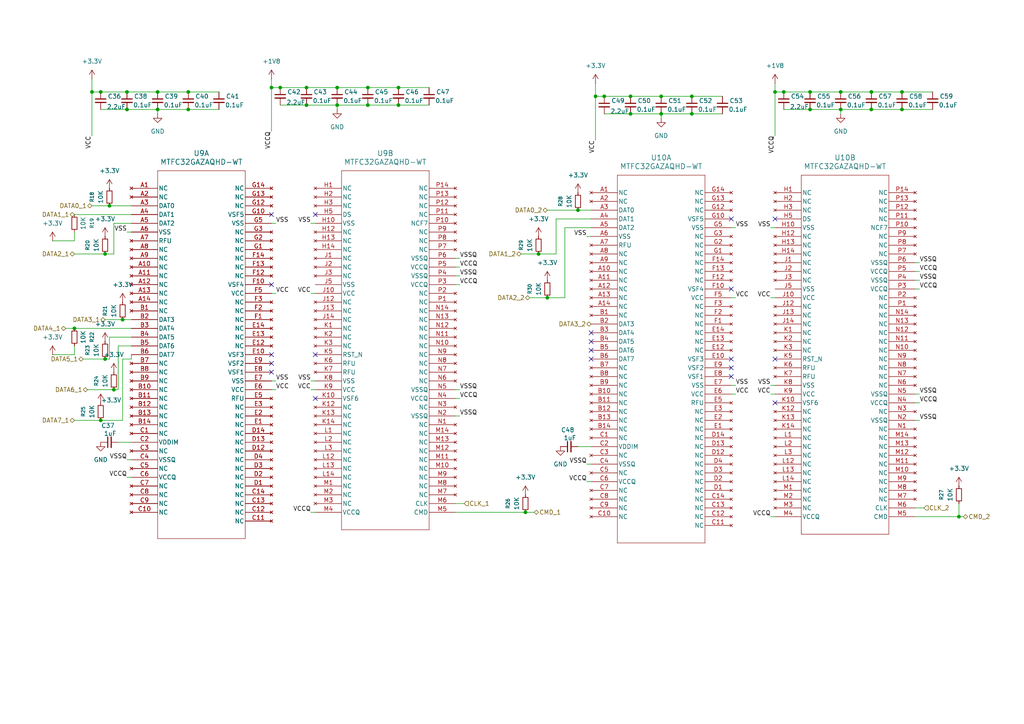
<source format=kicad_sch>
(kicad_sch (version 20250114) (generator "eeschema") (generator_version "9.0")
  (paper "A4")
  (lib_symbols
    (symbol "Device:C_Small" (pin_numbers (hide yes)) (pin_names (offset 0.254) (hide yes))
      (property "Reference" "C" (at 0.254 1.778 0))
      (property "Value" "C_Small" (at 0.254 -2.032 0))
      (symbol "C_Small_0_1"
        (polyline (pts (xy -1.524 0.508) (xy 1.524 0.508)) (stroke (width 0.3048)))
        (polyline (pts (xy -1.524 -0.508) (xy 1.524 -0.508)) (stroke (width 0.3302)))
      )
      (symbol "C_Small_1_1"
        (pin passive line (at 0 2.54 270) (length 2.032) (name "~") (number "1"))
        (pin passive line (at 0 -2.54 90) (length 2.032) (name "~") (number "2"))
      )
    )
    (symbol "Device:R_Small" (pin_numbers (hide yes)) (pin_names (offset 0.254) (hide yes))
      (property "Reference" "R" (at 0 0 90))
      (property "Value" "R_Small" (at 1.778 0 90))
      (symbol "R_Small_0_1"
        (rectangle (start -0.762 1.778) (end 0.762 -1.778) (stroke (width 0.2032)))
      )
      (symbol "R_Small_1_1"
        (pin passive line (at 0 2.54 270) (length 0.762) (name "~") (number "1"))
        (pin passive line (at 0 -2.54 90) (length 0.762) (name "~") (number "2"))
      )
    )
    (symbol "E-ink_USB:MTFC32GAZAQHD-WT" (pin_names (offset 0.254))
      (property "Reference" "U" (at 20.32 10.16 0))
      (property "Value" "MTFC32GAZAQHD-WT" (at 20.32 7.62 0))
      (symbol "MTFC32GAZAQHD-WT_1_1"
        (polyline (pts (xy 7.62 5.08) (xy 7.62 -101.6)) (stroke (width 0.127)))
        (polyline (pts (xy 7.62 -101.6) (xy 33.02 -101.6)) (stroke (width 0.127)))
        (polyline (pts (xy 33.02 5.08) (xy 7.62 5.08)) (stroke (width 0.127)))
        (polyline (pts (xy 33.02 -101.6) (xy 33.02 5.08)) (stroke (width 0.127)))
        (pin no_connect line (at 0 0 0) (length 7.62) (name "NC") (number "A1"))
        (pin no_connect line (at 0 -2.54 0) (length 7.62) (name "NC") (number "A2"))
        (pin bidirectional line (at 0 -5.08 0) (length 7.62) (name "DAT0") (number "A3"))
        (pin bidirectional line (at 0 -7.62 0) (length 7.62) (name "DAT1") (number "A4"))
        (pin bidirectional line (at 0 -10.16 0) (length 7.62) (name "DAT2") (number "A5"))
        (pin power_out line (at 0 -12.7 0) (length 7.62) (name "VSS") (number "A6"))
        (pin no_connect line (at 0 -15.24 0) (length 7.62) (name "RFU") (number "A7"))
        (pin no_connect line (at 0 -17.78 0) (length 7.62) (name "NC") (number "A8"))
        (pin no_connect line (at 0 -20.32 0) (length 7.62) (name "NC") (number "A9"))
        (pin no_connect line (at 0 -22.86 0) (length 7.62) (name "NC") (number "A10"))
        (pin no_connect line (at 0 -25.4 0) (length 7.62) (name "NC") (number "A11"))
        (pin no_connect line (at 0 -27.94 0) (length 7.62) (name "NC") (number "A12"))
        (pin no_connect line (at 0 -30.48 0) (length 7.62) (name "NC") (number "A13"))
        (pin no_connect line (at 0 -33.02 0) (length 7.62) (name "NC") (number "A14"))
        (pin no_connect line (at 0 -35.56 0) (length 7.62) (name "NC") (number "B1"))
        (pin bidirectional line (at 0 -38.1 0) (length 7.62) (name "DAT3") (number "B2"))
        (pin bidirectional line (at 0 -40.64 0) (length 7.62) (name "DAT4") (number "B3"))
        (pin bidirectional line (at 0 -43.18 0) (length 7.62) (name "DAT5") (number "B4"))
        (pin bidirectional line (at 0 -45.72 0) (length 7.62) (name "DAT6") (number "B5"))
        (pin bidirectional line (at 0 -48.26 0) (length 7.62) (name "DAT7") (number "B6"))
        (pin no_connect line (at 0 -50.8 0) (length 7.62) (name "NC") (number "B7"))
        (pin no_connect line (at 0 -53.34 0) (length 7.62) (name "NC") (number "B8"))
        (pin no_connect line (at 0 -55.88 0) (length 7.62) (name "NC") (number "B9"))
        (pin no_connect line (at 0 -58.42 0) (length 7.62) (name "NC") (number "B10"))
        (pin no_connect line (at 0 -60.96 0) (length 7.62) (name "NC") (number "B11"))
        (pin no_connect line (at 0 -63.5 0) (length 7.62) (name "NC") (number "B12"))
        (pin no_connect line (at 0 -66.04 0) (length 7.62) (name "NC") (number "B13"))
        (pin no_connect line (at 0 -68.58 0) (length 7.62) (name "NC") (number "B14"))
        (pin no_connect line (at 0 -71.12 0) (length 7.62) (name "NC") (number "C1"))
        (pin power_in line (at 0 -73.66 0) (length 7.62) (name "VDDIM") (number "C2"))
        (pin no_connect line (at 0 -76.2 0) (length 7.62) (name "NC") (number "C3"))
        (pin power_out line (at 0 -78.74 0) (length 7.62) (name "VSSQ") (number "C4"))
        (pin no_connect line (at 0 -81.28 0) (length 7.62) (name "NC") (number "C5"))
        (pin power_in line (at 0 -83.82 0) (length 7.62) (name "VCCQ") (number "C6"))
        (pin no_connect line (at 0 -86.36 0) (length 7.62) (name "NC") (number "C7"))
        (pin no_connect line (at 0 -88.9 0) (length 7.62) (name "NC") (number "C8"))
        (pin no_connect line (at 0 -91.44 0) (length 7.62) (name "NC") (number "C9"))
        (pin no_connect line (at 0 -93.98 0) (length 7.62) (name "NC") (number "C10"))
        (pin no_connect line (at 40.64 0 180) (length 7.62) (name "NC") (number "G14"))
        (pin no_connect line (at 40.64 -2.54 180) (length 7.62) (name "NC") (number "G13"))
        (pin no_connect line (at 40.64 -5.08 180) (length 7.62) (name "NC") (number "G12"))
        (pin bidirectional line (at 40.64 -7.62 180) (length 7.62) (name "VSF5") (number "G10"))
        (pin power_out line (at 40.64 -10.16 180) (length 7.62) (name "VSS") (number "G5"))
        (pin no_connect line (at 40.64 -12.7 180) (length 7.62) (name "NC") (number "G3"))
        (pin no_connect line (at 40.64 -15.24 180) (length 7.62) (name "NC") (number "G2"))
        (pin no_connect line (at 40.64 -17.78 180) (length 7.62) (name "NC") (number "G1"))
        (pin no_connect line (at 40.64 -20.32 180) (length 7.62) (name "NC") (number "F14"))
        (pin no_connect line (at 40.64 -22.86 180) (length 7.62) (name "NC") (number "F13"))
        (pin no_connect line (at 40.64 -25.4 180) (length 7.62) (name "NC") (number "F12"))
        (pin bidirectional line (at 40.64 -27.94 180) (length 7.62) (name "VSF4") (number "F10"))
        (pin power_in line (at 40.64 -30.48 180) (length 7.62) (name "VCC") (number "F5"))
        (pin no_connect line (at 40.64 -33.02 180) (length 7.62) (name "NC") (number "F3"))
        (pin no_connect line (at 40.64 -35.56 180) (length 7.62) (name "NC") (number "F2"))
        (pin no_connect line (at 40.64 -38.1 180) (length 7.62) (name "NC") (number "F1"))
        (pin no_connect line (at 40.64 -40.64 180) (length 7.62) (name "NC") (number "E14"))
        (pin no_connect line (at 40.64 -43.18 180) (length 7.62) (name "NC") (number "E13"))
        (pin no_connect line (at 40.64 -45.72 180) (length 7.62) (name "NC") (number "E12"))
        (pin bidirectional line (at 40.64 -48.26 180) (length 7.62) (name "VSF3") (number "E10"))
        (pin bidirectional line (at 40.64 -50.8 180) (length 7.62) (name "VSF2") (number "E9"))
        (pin bidirectional line (at 40.64 -53.34 180) (length 7.62) (name "VSF1") (number "E8"))
        (pin power_out line (at 40.64 -55.88 180) (length 7.62) (name "VSS") (number "E7"))
        (pin power_in line (at 40.64 -58.42 180) (length 7.62) (name "VCC") (number "E6"))
        (pin no_connect line (at 40.64 -60.96 180) (length 7.62) (name "RFU") (number "E5"))
        (pin no_connect line (at 40.64 -63.5 180) (length 7.62) (name "NC") (number "E3"))
        (pin no_connect line (at 40.64 -66.04 180) (length 7.62) (name "NC") (number "E2"))
        (pin no_connect line (at 40.64 -68.58 180) (length 7.62) (name "NC") (number "E1"))
        (pin no_connect line (at 40.64 -71.12 180) (length 7.62) (name "NC") (number "D14"))
        (pin no_connect line (at 40.64 -73.66 180) (length 7.62) (name "NC") (number "D13"))
        (pin no_connect line (at 40.64 -76.2 180) (length 7.62) (name "NC") (number "D12"))
        (pin no_connect line (at 40.64 -78.74 180) (length 7.62) (name "NC") (number "D4"))
        (pin no_connect line (at 40.64 -81.28 180) (length 7.62) (name "NC") (number "D3"))
        (pin no_connect line (at 40.64 -83.82 180) (length 7.62) (name "NC") (number "D2"))
        (pin no_connect line (at 40.64 -86.36 180) (length 7.62) (name "NC") (number "D1"))
        (pin no_connect line (at 40.64 -88.9 180) (length 7.62) (name "NC") (number "C14"))
        (pin no_connect line (at 40.64 -91.44 180) (length 7.62) (name "NC") (number "C13"))
        (pin no_connect line (at 40.64 -93.98 180) (length 7.62) (name "NC") (number "C12"))
        (pin no_connect line (at 40.64 -96.52 180) (length 7.62) (name "NC") (number "C11"))
      )
      (symbol "MTFC32GAZAQHD-WT_2_1"
        (polyline (pts (xy 7.62 5.08) (xy 7.62 -99.06)) (stroke (width 0.127)))
        (polyline (pts (xy 7.62 -99.06) (xy 33.02 -99.06)) (stroke (width 0.127)))
        (polyline (pts (xy 33.02 5.08) (xy 7.62 5.08)) (stroke (width 0.127)))
        (polyline (pts (xy 33.02 -99.06) (xy 33.02 5.08)) (stroke (width 0.127)))
        (pin no_connect line (at 0 0 0) (length 7.62) (name "NC") (number "H1"))
        (pin no_connect line (at 0 -2.54 0) (length 7.62) (name "NC") (number "H2"))
        (pin no_connect line (at 0 -5.08 0) (length 7.62) (name "NC") (number "H3"))
        (pin output line (at 0 -7.62 0) (length 7.62) (name "DS") (number "H5"))
        (pin power_out line (at 0 -10.16 0) (length 7.62) (name "VSS") (number "H10"))
        (pin no_connect line (at 0 -12.7 0) (length 7.62) (name "NC") (number "H12"))
        (pin no_connect line (at 0 -15.24 0) (length 7.62) (name "NC") (number "H13"))
        (pin no_connect line (at 0 -17.78 0) (length 7.62) (name "NC") (number "H14"))
        (pin no_connect line (at 0 -20.32 0) (length 7.62) (name "NC") (number "J1"))
        (pin no_connect line (at 0 -22.86 0) (length 7.62) (name "NC") (number "J2"))
        (pin no_connect line (at 0 -25.4 0) (length 7.62) (name "NC") (number "J3"))
        (pin power_out line (at 0 -27.94 0) (length 7.62) (name "VSS") (number "J5"))
        (pin power_in line (at 0 -30.48 0) (length 7.62) (name "VCC") (number "J10"))
        (pin no_connect line (at 0 -33.02 0) (length 7.62) (name "NC") (number "J12"))
        (pin no_connect line (at 0 -35.56 0) (length 7.62) (name "NC") (number "J13"))
        (pin no_connect line (at 0 -38.1 0) (length 7.62) (name "NC") (number "J14"))
        (pin no_connect line (at 0 -40.64 0) (length 7.62) (name "NC") (number "K1"))
        (pin no_connect line (at 0 -43.18 0) (length 7.62) (name "NC") (number "K2"))
        (pin no_connect line (at 0 -45.72 0) (length 7.62) (name "NC") (number "K3"))
        (pin input line (at 0 -48.26 0) (length 7.62) (name "RST_N") (number "K5"))
        (pin no_connect line (at 0 -50.8 0) (length 7.62) (name "RFU") (number "K6"))
        (pin no_connect line (at 0 -53.34 0) (length 7.62) (name "RFU") (number "K7"))
        (pin power_out line (at 0 -55.88 0) (length 7.62) (name "VSS") (number "K8"))
        (pin power_in line (at 0 -58.42 0) (length 7.62) (name "VCC") (number "K9"))
        (pin bidirectional line (at 0 -60.96 0) (length 7.62) (name "VSF6") (number "K10"))
        (pin no_connect line (at 0 -63.5 0) (length 7.62) (name "NC") (number "K12"))
        (pin no_connect line (at 0 -66.04 0) (length 7.62) (name "NC") (number "K13"))
        (pin no_connect line (at 0 -68.58 0) (length 7.62) (name "NC") (number "K14"))
        (pin no_connect line (at 0 -71.12 0) (length 7.62) (name "NC") (number "L1"))
        (pin no_connect line (at 0 -73.66 0) (length 7.62) (name "NC") (number "L2"))
        (pin no_connect line (at 0 -76.2 0) (length 7.62) (name "NC") (number "L3"))
        (pin no_connect line (at 0 -78.74 0) (length 7.62) (name "NC") (number "L12"))
        (pin no_connect line (at 0 -81.28 0) (length 7.62) (name "NC") (number "L13"))
        (pin no_connect line (at 0 -83.82 0) (length 7.62) (name "NC") (number "L14"))
        (pin no_connect line (at 0 -86.36 0) (length 7.62) (name "NC") (number "M1"))
        (pin no_connect line (at 0 -88.9 0) (length 7.62) (name "NC") (number "M2"))
        (pin no_connect line (at 0 -91.44 0) (length 7.62) (name "NC") (number "M3"))
        (pin power_in line (at 0 -93.98 0) (length 7.62) (name "VCCQ") (number "M4"))
        (pin no_connect line (at 40.64 0 180) (length 7.62) (name "NC") (number "P14"))
        (pin no_connect line (at 40.64 -2.54 180) (length 7.62) (name "NC") (number "P13"))
        (pin no_connect line (at 40.64 -5.08 180) (length 7.62) (name "NC") (number "P12"))
        (pin no_connect line (at 40.64 -7.62 180) (length 7.62) (name "NC") (number "P11"))
        (pin no_connect line (at 40.64 -10.16 180) (length 7.62) (name "NCF7") (number "P10"))
        (pin no_connect line (at 40.64 -12.7 180) (length 7.62) (name "NC") (number "P9"))
        (pin no_connect line (at 40.64 -15.24 180) (length 7.62) (name "NC") (number "P8"))
        (pin no_connect line (at 40.64 -17.78 180) (length 7.62) (name "NC") (number "P7"))
        (pin power_out line (at 40.64 -20.32 180) (length 7.62) (name "VSSQ") (number "P6"))
        (pin power_in line (at 40.64 -22.86 180) (length 7.62) (name "VCCQ") (number "P5"))
        (pin power_out line (at 40.64 -25.4 180) (length 7.62) (name "VSSQ") (number "P4"))
        (pin power_in line (at 40.64 -27.94 180) (length 7.62) (name "VCCQ") (number "P3"))
        (pin no_connect line (at 40.64 -30.48 180) (length 7.62) (name "NC") (number "P2"))
        (pin no_connect line (at 40.64 -33.02 180) (length 7.62) (name "NC") (number "P1"))
        (pin no_connect line (at 40.64 -35.56 180) (length 7.62) (name "NC") (number "N14"))
        (pin no_connect line (at 40.64 -38.1 180) (length 7.62) (name "NC") (number "N13"))
        (pin no_connect line (at 40.64 -40.64 180) (length 7.62) (name "NC") (number "N12"))
        (pin no_connect line (at 40.64 -43.18 180) (length 7.62) (name "NC") (number "N11"))
        (pin no_connect line (at 40.64 -45.72 180) (length 7.62) (name "NC") (number "N10"))
        (pin no_connect line (at 40.64 -48.26 180) (length 7.62) (name "NC") (number "N9"))
        (pin no_connect line (at 40.64 -50.8 180) (length 7.62) (name "NC") (number "N8"))
        (pin no_connect line (at 40.64 -53.34 180) (length 7.62) (name "NC") (number "N7"))
        (pin no_connect line (at 40.64 -55.88 180) (length 7.62) (name "NC") (number "N6"))
        (pin power_out line (at 40.64 -58.42 180) (length 7.62) (name "VSSQ") (number "N5"))
        (pin power_in line (at 40.64 -60.96 180) (length 7.62) (name "VCCQ") (number "N4"))
        (pin no_connect line (at 40.64 -63.5 180) (length 7.62) (name "NC") (number "N3"))
        (pin power_out line (at 40.64 -66.04 180) (length 7.62) (name "VSSQ") (number "N2"))
        (pin no_connect line (at 40.64 -68.58 180) (length 7.62) (name "NC") (number "N1"))
        (pin no_connect line (at 40.64 -71.12 180) (length 7.62) (name "NC") (number "M14"))
        (pin no_connect line (at 40.64 -73.66 180) (length 7.62) (name "NC") (number "M13"))
        (pin no_connect line (at 40.64 -76.2 180) (length 7.62) (name "NC") (number "M12"))
        (pin no_connect line (at 40.64 -78.74 180) (length 7.62) (name "NC") (number "M11"))
        (pin no_connect line (at 40.64 -81.28 180) (length 7.62) (name "NC") (number "M10"))
        (pin no_connect line (at 40.64 -83.82 180) (length 7.62) (name "NC") (number "M9"))
        (pin no_connect line (at 40.64 -86.36 180) (length 7.62) (name "NC") (number "M8"))
        (pin no_connect line (at 40.64 -88.9 180) (length 7.62) (name "NC") (number "M7"))
        (pin input line (at 40.64 -91.44 180) (length 7.62) (name "CLK") (number "M6"))
        (pin bidirectional line (at 40.64 -93.98 180) (length 7.62) (name "CMD") (number "M5"))
      )
    )
    (symbol "power:+1V8" (power) (pin_numbers (hide yes)) (pin_names (offset 0) (hide yes))
      (property "Value" "+1V8" (at 0 3.556 0))
      (symbol "+1V8_0_1"
        (polyline (pts (xy -0.762 1.27) (xy 0 2.54)))
        (polyline (pts (xy 0 2.54) (xy 0.762 1.27)))
        (polyline (pts (xy 0 0) (xy 0 2.54)))
      )
      (symbol "+1V8_1_1"
        (pin power_in line (at 0 0 90) (length 0) (name "~") (number "1"))
      )
    )
    (symbol "power:+3.3V" (power) (pin_numbers (hide yes)) (pin_names (offset 0) (hide yes))
      (property "Value" "+3.3V" (at 0 3.556 0))
      (symbol "+3.3V_0_1"
        (polyline (pts (xy -0.762 1.27) (xy 0 2.54)))
        (polyline (pts (xy 0 2.54) (xy 0.762 1.27)))
        (polyline (pts (xy 0 0) (xy 0 2.54)))
      )
      (symbol "+3.3V_1_1"
        (pin power_in line (at 0 0 90) (length 0) (name "~") (number "1"))
      )
    )
    (symbol "power:GND" (power) (pin_numbers (hide yes)) (pin_names (offset 0) (hide yes))
      (property "Value" "GND" (at 0 -3.81 0))
      (symbol "GND_0_1"
        (polyline (pts (xy 0 0) (xy 0 -1.27) (xy 1.27 -1.27) (xy 0 -2.54) (xy -1.27 -1.27) (xy 0 -1.27)))
      )
      (symbol "GND_1_1"
        (pin power_in line (at 0 0 270) (length 0) (name "~") (number "1"))
      )
    )
  )
  (junction (at 88.9 30.48))
  (junction (at 252.73 31.75))
  (junction (at 97.79 25.4))
  (junction (at 191.77 27.94))
  (junction (at 36.83 26.67))
  (junction (at 182.88 27.94))
  (junction (at 26.67 26.67))
  (junction (at 152.4 148.59))
  (junction (at 182.88 33.02))
  (junction (at 115.57 30.48))
  (junction (at 88.9 25.4))
  (junction (at 106.68 30.48))
  (junction (at 167.64 60.96))
  (junction (at 54.61 31.75))
  (junction (at 156.21 73.66))
  (junction (at 29.21 26.67))
  (junction (at 200.66 33.02))
  (junction (at 261.62 31.75))
  (junction (at 45.72 26.67))
  (junction (at 278.13 149.86))
  (junction (at 81.28 25.4))
  (junction (at 200.66 27.94))
  (junction (at 227.33 26.67))
  (junction (at 45.72 31.75))
  (junction (at 243.84 26.67))
  (junction (at 78.74 25.4))
  (junction (at 224.79 26.67))
  (junction (at 252.73 26.67))
  (junction (at 54.61 26.67))
  (junction (at 30.48 73.66))
  (junction (at 234.95 31.75))
  (junction (at 234.95 26.67))
  (junction (at 97.79 30.48))
  (junction (at 31.75 59.69))
  (junction (at 36.83 31.75))
  (junction (at 21.59 95.25))
  (junction (at 158.75 86.36))
  (junction (at 243.84 31.75))
  (junction (at 35.56 92.71))
  (junction (at 106.68 25.4))
  (junction (at 29.21 121.92))
  (junction (at 261.62 26.67))
  (junction (at 172.72 27.94))
  (junction (at 30.48 104.14))
  (junction (at 191.77 33.02))
  (junction (at 115.57 25.4))
  (junction (at 33.02 113.03))
  (junction (at 175.26 27.94))
  (no_connect (at 212.09 109.22))
  (no_connect (at 78.74 105.41))
  (no_connect (at 224.79 63.5))
  (no_connect (at 224.79 104.14))
  (no_connect (at 78.74 102.87))
  (no_connect (at 171.45 101.6))
  (no_connect (at 91.44 62.23))
  (no_connect (at 171.45 104.14))
  (no_connect (at 78.74 82.55))
  (no_connect (at 91.44 115.57))
  (no_connect (at 171.45 96.52))
  (no_connect (at 212.09 104.14))
  (no_connect (at 212.09 83.82))
  (no_connect (at 212.09 63.5))
  (no_connect (at 212.09 106.68))
  (no_connect (at 78.74 107.95))
  (no_connect (at 171.45 99.06))
  (no_connect (at 78.74 62.23))
  (no_connect (at 91.44 102.87))
  (no_connect (at 224.79 116.84))
  (wire (pts (xy 172.72 24.13) (xy 172.72 27.94)))
  (wire (pts (xy 158.75 60.96) (xy 167.64 60.96)))
  (wire (pts (xy 36.83 67.31) (xy 38.1 67.31)))
  (wire (pts (xy 21.59 102.87) (xy 21.59 100.33)))
  (wire (pts (xy 31.75 104.14) (xy 31.75 97.79)))
  (wire (pts (xy 45.72 33.02) (xy 45.72 31.75)))
  (wire (pts (xy 266.7 116.84) (xy 265.43 116.84)))
  (wire (pts (xy 80.01 85.09) (xy 78.74 85.09)))
  (wire (pts (xy 175.26 33.02) (xy 182.88 33.02)))
  (wire (pts (xy 21.59 73.66) (xy 30.48 73.66)))
  (wire (pts (xy 36.83 26.67) (xy 45.72 26.67)))
  (wire (pts (xy 182.88 33.02) (xy 191.77 33.02)))
  (wire (pts (xy 167.64 60.96) (xy 171.45 60.96)))
  (wire (pts (xy 133.35 74.93) (xy 132.08 74.93)))
  (wire (pts (xy 80.01 64.77) (xy 78.74 64.77)))
  (wire (pts (xy 266.7 83.82) (xy 265.43 83.82)))
  (wire (pts (xy 223.52 114.3) (xy 224.79 114.3)))
  (wire (pts (xy 25.4 113.03) (xy 33.02 113.03)))
  (wire (pts (xy 133.35 120.65) (xy 132.08 120.65)))
  (wire (pts (xy 97.79 31.75) (xy 97.79 30.48)))
  (wire (pts (xy 213.36 66.04) (xy 212.09 66.04)))
  (wire (pts (xy 153.67 86.36) (xy 158.75 86.36)))
  (wire (pts (xy 252.73 31.75) (xy 261.62 31.75)))
  (wire (pts (xy 30.48 104.14) (xy 31.75 104.14)))
  (wire (pts (xy 35.56 121.92) (xy 35.56 104.14)))
  (wire (pts (xy 243.84 26.67) (xy 252.73 26.67)))
  (wire (pts (xy 90.17 85.09) (xy 91.44 85.09)))
  (wire (pts (xy 15.24 102.87) (xy 21.59 102.87)))
  (wire (pts (xy 163.83 86.36) (xy 163.83 66.04)))
  (wire (pts (xy 191.77 27.94) (xy 200.66 27.94)))
  (wire (pts (xy 81.28 25.4) (xy 88.9 25.4)))
  (wire (pts (xy 45.72 26.67) (xy 54.61 26.67)))
  (wire (pts (xy 278.13 146.05) (xy 278.13 149.86)))
  (wire (pts (xy 29.21 31.75) (xy 36.83 31.75)))
  (wire (pts (xy 154.94 148.59) (xy 152.4 148.59)))
  (wire (pts (xy 224.79 26.67) (xy 227.33 26.67)))
  (wire (pts (xy 78.74 22.86) (xy 78.74 25.4)))
  (wire (pts (xy 88.9 25.4) (xy 97.79 25.4)))
  (wire (pts (xy 266.7 81.28) (xy 265.43 81.28)))
  (wire (pts (xy 33.02 73.66) (xy 33.02 64.77)))
  (wire (pts (xy 213.36 111.76) (xy 212.09 111.76)))
  (wire (pts (xy 224.79 26.67) (xy 224.79 39.37)))
  (wire (pts (xy 234.95 26.67) (xy 243.84 26.67)))
  (wire (pts (xy 266.7 78.74) (xy 265.43 78.74)))
  (wire (pts (xy 224.79 24.13) (xy 224.79 26.67)))
  (wire (pts (xy 133.35 115.57) (xy 132.08 115.57)))
  (wire (pts (xy 29.21 26.67) (xy 36.83 26.67)))
  (wire (pts (xy 223.52 66.04) (xy 224.79 66.04)))
  (wire (pts (xy 170.18 139.7) (xy 171.45 139.7)))
  (wire (pts (xy 266.7 121.92) (xy 265.43 121.92)))
  (wire (pts (xy 15.24 69.85) (xy 21.59 69.85)))
  (wire (pts (xy 26.67 26.67) (xy 29.21 26.67)))
  (wire (pts (xy 156.21 73.66) (xy 161.29 73.66)))
  (wire (pts (xy 279.4 149.86) (xy 278.13 149.86)))
  (wire (pts (xy 106.68 30.48) (xy 115.57 30.48)))
  (wire (pts (xy 267.97 147.32) (xy 265.43 147.32)))
  (wire (pts (xy 78.74 25.4) (xy 78.74 38.1)))
  (wire (pts (xy 200.66 27.94) (xy 209.55 27.94)))
  (wire (pts (xy 21.59 69.85) (xy 21.59 67.31)))
  (wire (pts (xy 266.7 114.3) (xy 265.43 114.3)))
  (wire (pts (xy 261.62 31.75) (xy 270.51 31.75)))
  (wire (pts (xy 34.29 128.27) (xy 38.1 128.27)))
  (wire (pts (xy 163.83 66.04) (xy 171.45 66.04)))
  (wire (pts (xy 115.57 30.48) (xy 124.46 30.48)))
  (wire (pts (xy 278.13 149.86) (xy 265.43 149.86)))
  (wire (pts (xy 243.84 31.75) (xy 252.73 31.75)))
  (wire (pts (xy 172.72 27.94) (xy 175.26 27.94)))
  (wire (pts (xy 34.29 113.03) (xy 34.29 100.33)))
  (wire (pts (xy 31.75 97.79) (xy 38.1 97.79)))
  (wire (pts (xy 90.17 113.03) (xy 91.44 113.03)))
  (wire (pts (xy 234.95 31.75) (xy 243.84 31.75)))
  (wire (pts (xy 223.52 111.76) (xy 224.79 111.76)))
  (wire (pts (xy 31.75 59.69) (xy 38.1 59.69)))
  (wire (pts (xy 36.83 138.43) (xy 38.1 138.43)))
  (wire (pts (xy 227.33 26.67) (xy 234.95 26.67)))
  (wire (pts (xy 134.62 146.05) (xy 132.08 146.05)))
  (wire (pts (xy 45.72 31.75) (xy 54.61 31.75)))
  (wire (pts (xy 182.88 27.94) (xy 191.77 27.94)))
  (wire (pts (xy 133.35 77.47) (xy 132.08 77.47)))
  (wire (pts (xy 243.84 33.02) (xy 243.84 31.75)))
  (wire (pts (xy 161.29 73.66) (xy 161.29 63.5)))
  (wire (pts (xy 200.66 33.02) (xy 209.55 33.02)))
  (wire (pts (xy 88.9 30.48) (xy 97.79 30.48)))
  (wire (pts (xy 170.18 134.62) (xy 171.45 134.62)))
  (wire (pts (xy 97.79 30.48) (xy 106.68 30.48)))
  (wire (pts (xy 35.56 92.71) (xy 38.1 92.71)))
  (wire (pts (xy 38.1 104.14) (xy 38.1 102.87)))
  (wire (pts (xy 191.77 33.02) (xy 200.66 33.02)))
  (wire (pts (xy 26.67 26.67) (xy 26.67 39.37)))
  (wire (pts (xy 29.21 121.92) (xy 35.56 121.92)))
  (wire (pts (xy 30.48 73.66) (xy 33.02 73.66)))
  (wire (pts (xy 26.67 22.86) (xy 26.67 26.67)))
  (wire (pts (xy 80.01 113.03) (xy 78.74 113.03)))
  (wire (pts (xy 78.74 25.4) (xy 81.28 25.4)))
  (wire (pts (xy 34.29 100.33) (xy 38.1 100.33)))
  (wire (pts (xy 54.61 31.75) (xy 63.5 31.75)))
  (wire (pts (xy 261.62 26.67) (xy 270.51 26.67)))
  (wire (pts (xy 97.79 25.4) (xy 106.68 25.4)))
  (wire (pts (xy 90.17 64.77) (xy 91.44 64.77)))
  (wire (pts (xy 115.57 25.4) (xy 124.46 25.4)))
  (wire (pts (xy 24.13 104.14) (xy 30.48 104.14)))
  (wire (pts (xy 223.52 149.86) (xy 224.79 149.86)))
  (wire (pts (xy 161.29 63.5) (xy 171.45 63.5)))
  (wire (pts (xy 90.17 110.49) (xy 91.44 110.49)))
  (wire (pts (xy 170.18 68.58) (xy 171.45 68.58)))
  (wire (pts (xy 152.4 148.59) (xy 132.08 148.59)))
  (wire (pts (xy 223.52 86.36) (xy 224.79 86.36)))
  (wire (pts (xy 19.05 95.25) (xy 21.59 95.25)))
  (wire (pts (xy 36.83 31.75) (xy 45.72 31.75)))
  (wire (pts (xy 133.35 82.55) (xy 132.08 82.55)))
  (wire (pts (xy 26.67 59.69) (xy 31.75 59.69)))
  (wire (pts (xy 167.64 129.54) (xy 171.45 129.54)))
  (wire (pts (xy 33.02 113.03) (xy 34.29 113.03)))
  (wire (pts (xy 175.26 27.94) (xy 182.88 27.94)))
  (wire (pts (xy 81.28 30.48) (xy 88.9 30.48)))
  (wire (pts (xy 133.35 113.03) (xy 132.08 113.03)))
  (wire (pts (xy 213.36 86.36) (xy 212.09 86.36)))
  (wire (pts (xy 54.61 26.67) (xy 63.5 26.67)))
  (wire (pts (xy 21.59 62.23) (xy 38.1 62.23)))
  (wire (pts (xy 151.13 73.66) (xy 156.21 73.66)))
  (wire (pts (xy 133.35 80.01) (xy 132.08 80.01)))
  (wire (pts (xy 90.17 148.59) (xy 91.44 148.59)))
  (wire (pts (xy 36.83 133.35) (xy 38.1 133.35)))
  (wire (pts (xy 80.01 110.49) (xy 78.74 110.49)))
  (wire (pts (xy 158.75 86.36) (xy 163.83 86.36)))
  (wire (pts (xy 33.02 64.77) (xy 38.1 64.77)))
  (wire (pts (xy 266.7 76.2) (xy 265.43 76.2)))
  (wire (pts (xy 172.72 27.94) (xy 172.72 40.64)))
  (wire (pts (xy 227.33 31.75) (xy 234.95 31.75)))
  (wire (pts (xy 21.59 95.25) (xy 38.1 95.25)))
  (wire (pts (xy 21.59 121.92) (xy 29.21 121.92)))
  (wire (pts (xy 35.56 104.14) (xy 38.1 104.14)))
  (wire (pts (xy 191.77 34.29) (xy 191.77 33.02)))
  (wire (pts (xy 213.36 114.3) (xy 212.09 114.3)))
  (wire (pts (xy 106.68 25.4) (xy 115.57 25.4)))
  (wire (pts (xy 252.73 26.67) (xy 261.62 26.67)))
  (wire (pts (xy 30.48 92.71) (xy 35.56 92.71)))
  (label "VCC" (at 223.52 114.3 180))
  (label "VCC" (at 80.01 113.03 0))
  (label "VCC" (at 90.17 113.03 180))
  (label "VSSQ" (at 266.7 76.2 0))
  (label "VCCQ" (at 170.18 139.7 180))
  (label "VSS" (at 36.83 67.31 180))
  (label "VSS" (at 213.36 111.76 0))
  (label "VSSQ" (at 170.18 134.62 180))
  (label "VCC" (at 26.67 39.37 270))
  (label "VSS" (at 80.01 64.77 0))
  (label "VSS" (at 90.17 110.49 180))
  (label "VCC" (at 90.17 85.09 180))
  (label "VCCQ" (at 133.35 82.55 0))
  (label "VSSQ" (at 133.35 74.93 0))
  (label "VCC" (at 213.36 86.36 0))
  (label "VSSQ" (at 36.83 133.35 180))
  (label "VCCQ" (at 133.35 77.47 0))
  (label "VCC" (at 80.01 85.09 0))
  (label "VSSQ" (at 133.35 120.65 0))
  (label "VSSQ" (at 133.35 80.01 0))
  (label "VCC" (at 172.72 40.64 270))
  (label "VSS" (at 90.17 64.77 180))
  (label "VCCQ" (at 266.7 116.84 0))
  (label "VCCQ" (at 90.17 148.59 180))
  (label "VCC" (at 223.52 86.36 180))
  (label "VCCQ" (at 133.35 115.57 0))
  (label "VSS" (at 213.36 66.04 0))
  (label "VSS" (at 223.52 66.04 180))
  (label "VSSQ" (at 266.7 114.3 0))
  (label "VCCQ" (at 78.74 38.1 270))
  (label "VSSQ" (at 133.35 113.03 0))
  (label "VCC" (at 213.36 114.3 0))
  (label "VCCQ" (at 266.7 83.82 0))
  (label "VCCQ" (at 266.7 78.74 0))
  (label "VSSQ" (at 266.7 81.28 0))
  (label "VCCQ" (at 36.83 138.43 180))
  (label "VSS" (at 170.18 68.58 180))
  (label "VSS" (at 80.01 110.49 0))
  (label "VSS" (at 223.52 111.76 180))
  (label "VSSQ" (at 266.7 121.92 0))
  (label "VCCQ" (at 223.52 149.86 180))
  (label "VCCQ" (at 224.79 39.37 270))
  (hierarchical_label "DATA5_1" (shape bidirectional) (at 24.13 104.14 180))
  (hierarchical_label "DATA7_1" (shape bidirectional) (at 21.59 121.92 180))
  (hierarchical_label "DATA0_2" (shape bidirectional) (at 158.75 60.96 180))
  (hierarchical_label "DATA6_1" (shape bidirectional) (at 25.4 113.03 180))
  (hierarchical_label "DATA3_2" (shape bidirectional) (at 171.45 93.98 180))
  (hierarchical_label "DATA1_2" (shape bidirectional) (at 151.13 73.66 180))
  (hierarchical_label "CMD_2" (shape bidirectional) (at 279.4 149.86 0))
  (hierarchical_label "DATA2_2" (shape bidirectional) (at 153.67 86.36 180))
  (hierarchical_label "DATA0_1" (shape bidirectional) (at 26.67 59.69 180))
  (hierarchical_label "CLK_2" (shape input) (at 267.97 147.32 0))
  (hierarchical_label "DATA3_1" (shape bidirectional) (at 30.48 92.71 180))
  (hierarchical_label "DATA2_1" (shape bidirectional) (at 21.59 73.66 180))
  (hierarchical_label "DATA1_1" (shape bidirectional) (at 21.59 62.23 180))
  (hierarchical_label "DATA4_1" (shape bidirectional) (at 19.05 95.25 180))
  (hierarchical_label "CMD_1" (shape bidirectional) (at 154.94 148.59 0))
  (hierarchical_label "CLK_1" (shape input) (at 134.62 146.05 0))
  (symbol (lib_id "Device:C_Small") (at 88.9 27.94 0) (unit 1)
    (property "Reference" "C43" (at 90.932 26.67 0) (effects (justify left)))
    (property "Value" "0.1uF" (at 90.678 29.21 0) (effects (justify left)))
    (property "Footprint" "Capacitor_SMD:C_0201_0603Metric" (effects (hide yes)))
    (property "Description" "Unpolarized capacitor, small symbol" (effects (hide yes)))
  )
  (symbol (lib_id "power:+3.3V") (at 152.4 143.51 0) (unit 1)
    (property "Reference" "#PWR091" (effects (hide yes)))
    (property "Value" "+3.3V" (at 152.4 138.43 0))
    (property "Description" "Power symbol creates a global label with name \"+3.3V\"" (effects (hide yes)))
  )
  (symbol (lib_id "Device:R_Small") (at 278.13 143.51 0) (unit 1)
    (property "Reference" "R27" (at 273.05 143.51 90) (effects (font (size 1.016 1.016))))
    (property "Value" "10K" (at 275.59 143.51 90))
    (property "Footprint" "Resistor_SMD:R_0201_0603Metric" (effects (hide yes)))
    (property "Description" "Resistor, small symbol" (effects (hide yes)))
  )
  (symbol (lib_id "Device:C_Small") (at 124.46 27.94 0) (unit 1)
    (property "Reference" "C47" (at 126.492 26.67 0) (effects (justify left)))
    (property "Value" "0.1uF" (at 126.238 29.21 0) (effects (justify left)))
    (property "Footprint" "Capacitor_SMD:C_0201_0603Metric" (effects (hide yes)))
    (property "Description" "Unpolarized capacitor, small symbol" (effects (hide yes)))
  )
  (symbol (lib_id "power:+3.3V") (at 33.02 107.95 0) (unit 1)
    (property "Reference" "#PWR089" (effects (hide yes)))
    (property "Value" "+3.3V" (at 33.02 102.87 0))
    (property "Description" "Power symbol creates a global label with name \"+3.3V\"" (effects (hide yes)))
  )
  (symbol (lib_id "Device:C_Small") (at 31.75 128.27 90) (unit 1)
    (property "Reference" "C37" (at 33.274 123.444 90) (effects (justify left)))
    (property "Value" "1uF" (at 33.782 125.73 90) (effects (justify left)))
    (property "Footprint" "Capacitor_SMD:C_0201_0603Metric" (effects (hide yes)))
    (property "Description" "Unpolarized capacitor, small symbol" (effects (hide yes)))
  )
  (symbol (lib_id "Device:C_Small") (at 36.83 29.21 0) (unit 1)
    (property "Reference" "C38" (at 38.862 27.94 0) (effects (justify left)))
    (property "Value" "0.1uF" (at 38.608 30.48 0) (effects (justify left)))
    (property "Footprint" "Capacitor_SMD:C_0201_0603Metric" (effects (hide yes)))
    (property "Description" "Unpolarized capacitor, small symbol" (effects (hide yes)))
  )
  (symbol (lib_id "power:GND") (at 191.77 34.29 0) (unit 1)
    (property "Reference" "#PWR078" (effects (hide yes)))
    (property "Value" "GND" (at 191.77 39.37 0))
    (property "Description" "Power symbol creates a global label with name \"GND\" , ground" (effects (hide yes)))
  )
  (symbol (lib_id "power:+3.3V") (at 30.48 68.58 0) (unit 1)
    (property "Reference" "#PWR085" (effects (hide yes)))
    (property "Value" "+3.3V" (at 30.48 63.5 0))
    (property "Description" "Power symbol creates a global label with name \"+3.3V\"" (effects (hide yes)))
  )
  (symbol (lib_id "Device:C_Small") (at 54.61 29.21 0) (unit 1)
    (property "Reference" "C40" (at 56.642 27.94 0) (effects (justify left)))
    (property "Value" "0.1uF" (at 56.388 30.48 0) (effects (justify left)))
    (property "Footprint" "Capacitor_SMD:C_0201_0603Metric" (effects (hide yes)))
    (property "Description" "Unpolarized capacitor, small symbol" (effects (hide yes)))
  )
  (symbol (lib_id "Device:C_Small") (at 106.68 27.94 0) (unit 1)
    (property "Reference" "C45" (at 108.712 26.67 0) (effects (justify left)))
    (property "Value" "0.1uF" (at 108.458 29.21 0) (effects (justify left)))
    (property "Footprint" "Capacitor_SMD:C_0201_0603Metric" (effects (hide yes)))
    (property "Description" "Unpolarized capacitor, small symbol" (effects (hide yes)))
  )
  (symbol (lib_id "power:+1V8") (at 78.74 22.86 0) (unit 1)
    (property "Reference" "#PWR074" (effects (hide yes)))
    (property "Value" "+1V8" (at 78.74 17.78 0))
    (property "Description" "Power symbol creates a global label with name \"+1V8\"" (effects (hide yes)))
  )
  (symbol (lib_id "Device:R_Small") (at 33.02 110.49 0) (unit 1)
    (property "Reference" "R24" (at 27.94 110.49 90) (effects (font (size 1.016 1.016))))
    (property "Value" "10K" (at 30.48 110.49 90))
    (property "Footprint" "Resistor_SMD:R_0201_0603Metric" (effects (hide yes)))
    (property "Description" "Resistor, small symbol" (effects (hide yes)))
  )
  (symbol (lib_id "Device:R_Small") (at 21.59 97.79 180) (unit 1)
    (property "Reference" "R22" (at 26.67 97.79 90) (effects (font (size 1.016 1.016))))
    (property "Value" "10K" (at 24.13 97.79 90))
    (property "Footprint" "Resistor_SMD:R_0201_0603Metric" (effects (hide yes)))
    (property "Description" "Resistor, small symbol" (effects (hide yes)))
  )
  (symbol (lib_id "Device:C_Small") (at 270.51 29.21 0) (unit 1)
    (property "Reference" "C59" (at 272.542 27.94 0) (effects (justify left)))
    (property "Value" "0.1uF" (at 272.288 30.48 0) (effects (justify left)))
    (property "Footprint" "Capacitor_SMD:C_0201_0603Metric" (effects (hide yes)))
    (property "Description" "Unpolarized capacitor, small symbol" (effects (hide yes)))
  )
  (symbol (lib_id "Device:C_Small") (at 261.62 29.21 0) (unit 1)
    (property "Reference" "C58" (at 263.652 27.94 0) (effects (justify left)))
    (property "Value" "0.1uF" (at 263.398 30.48 0) (effects (justify left)))
    (property "Footprint" "Capacitor_SMD:C_0201_0603Metric" (effects (hide yes)))
    (property "Description" "Unpolarized capacitor, small symbol" (effects (hide yes)))
  )
  (symbol (lib_id "Device:R_Small") (at 167.64 58.42 0) (unit 1)
    (property "Reference" "R28" (at 162.56 58.42 90) (effects (font (size 1.016 1.016))))
    (property "Value" "10K" (at 165.1 58.42 90))
    (property "Footprint" "Resistor_SMD:R_0201_0603Metric" (effects (hide yes)))
    (property "Description" "Resistor, small symbol" (effects (hide yes)))
  )
  (symbol (lib_id "power:+3.3V") (at 158.75 81.28 0) (unit 1)
    (property "Reference" "#PWR095" (effects (hide yes)))
    (property "Value" "+3.3V" (at 158.75 76.2 0))
    (property "Description" "Power symbol creates a global label with name \"+3.3V\"" (effects (hide yes)))
  )
  (symbol (lib_id "power:+1V8") (at 224.79 24.13 0) (unit 1)
    (property "Reference" "#PWR079" (effects (hide yes)))
    (property "Value" "+1V8" (at 224.79 19.05 0))
    (property "Description" "Power symbol creates a global label with name \"+1V8\"" (effects (hide yes)))
  )
  (symbol (lib_id "Device:C_Small") (at 97.79 27.94 0) (unit 1)
    (property "Reference" "C44" (at 99.822 26.67 0) (effects (justify left)))
    (property "Value" "0.1uF" (at 99.568 29.21 0) (effects (justify left)))
    (property "Footprint" "Capacitor_SMD:C_0201_0603Metric" (effects (hide yes)))
    (property "Description" "Unpolarized capacitor, small symbol" (effects (hide yes)))
  )
  (symbol (lib_id "Device:R_Small") (at 35.56 90.17 0) (unit 1)
    (property "Reference" "R21" (at 30.48 90.17 90) (effects (font (size 1.016 1.016))))
    (property "Value" "10K" (at 33.02 90.17 90))
    (property "Footprint" "Resistor_SMD:R_0201_0603Metric" (effects (hide yes)))
    (property "Description" "Resistor, small symbol" (effects (hide yes)))
  )
  (symbol (lib_id "Device:C_Small") (at 252.73 29.21 0) (unit 1)
    (property "Reference" "C57" (at 254.762 27.94 0) (effects (justify left)))
    (property "Value" "0.1uF" (at 254.508 30.48 0) (effects (justify left)))
    (property "Footprint" "Capacitor_SMD:C_0201_0603Metric" (effects (hide yes)))
    (property "Description" "Unpolarized capacitor, small symbol" (effects (hide yes)))
  )
  (symbol (lib_id "power:GND") (at 29.21 128.27 0) (unit 1)
    (property "Reference" "#PWR072" (effects (hide yes)))
    (property "Value" "GND" (at 29.21 133.35 0))
    (property "Description" "Power symbol creates a global label with name \"GND\" , ground" (effects (hide yes)))
  )
  (symbol (lib_id "Device:C_Small") (at 182.88 30.48 0) (unit 1)
    (property "Reference" "C50" (at 184.912 29.21 0) (effects (justify left)))
    (property "Value" "0.1uF" (at 184.658 31.75 0) (effects (justify left)))
    (property "Footprint" "Capacitor_SMD:C_0201_0603Metric" (effects (hide yes)))
    (property "Description" "Unpolarized capacitor, small symbol" (effects (hide yes)))
  )
  (symbol (lib_id "Device:C_Small") (at 29.21 29.21 0) (unit 1)
    (property "Reference" "C36" (at 31.242 27.94 0) (effects (justify left)))
    (property "Value" "2.2uF" (at 30.988 30.988 0) (effects (justify left)))
    (property "Footprint" "Capacitor_SMD:C_0402_1005Metric" (effects (hide yes)))
    (property "Description" "Unpolarized capacitor, small symbol" (effects (hide yes)))
  )
  (symbol (lib_id "power:GND") (at 97.79 31.75 0) (unit 1)
    (property "Reference" "#PWR075" (effects (hide yes)))
    (property "Value" "GND" (at 97.79 36.83 0))
    (property "Description" "Power symbol creates a global label with name \"GND\" , ground" (effects (hide yes)))
  )
  (symbol (lib_id "Device:C_Small") (at 45.72 29.21 0) (unit 1)
    (property "Reference" "C39" (at 47.752 27.94 0) (effects (justify left)))
    (property "Value" "0.1uF" (at 47.498 30.48 0) (effects (justify left)))
    (property "Footprint" "Capacitor_SMD:C_0201_0603Metric" (effects (hide yes)))
    (property "Description" "Unpolarized capacitor, small symbol" (effects (hide yes)))
  )
  (symbol (lib_id "Device:C_Small") (at 200.66 30.48 0) (unit 1)
    (property "Reference" "C52" (at 202.692 29.21 0) (effects (justify left)))
    (property "Value" "0.1uF" (at 202.438 31.75 0) (effects (justify left)))
    (property "Footprint" "Capacitor_SMD:C_0201_0603Metric" (effects (hide yes)))
    (property "Description" "Unpolarized capacitor, small symbol" (effects (hide yes)))
  )
  (symbol (lib_id "power:GND") (at 243.84 33.02 0) (unit 1)
    (property "Reference" "#PWR080" (effects (hide yes)))
    (property "Value" "GND" (at 243.84 38.1 0))
    (property "Description" "Power symbol creates a global label with name \"GND\" , ground" (effects (hide yes)))
  )
  (symbol (lib_id "Device:C_Small") (at 81.28 27.94 0) (unit 1)
    (property "Reference" "C42" (at 83.312 26.67 0) (effects (justify left)))
    (property "Value" "2.2uF" (at 83.058 29.718 0) (effects (justify left)))
    (property "Footprint" "Capacitor_SMD:C_0402_1005Metric" (effects (hide yes)))
    (property "Description" "Unpolarized capacitor, small symbol" (effects (hide yes)))
  )
  (symbol (lib_id "Device:C_Small") (at 165.1 129.54 90) (unit 1)
    (property "Reference" "C48" (at 166.624 124.714 90) (effects (justify left)))
    (property "Value" "1uF" (at 167.132 127 90) (effects (justify left)))
    (property "Footprint" "Capacitor_SMD:C_0201_0603Metric" (effects (hide yes)))
    (property "Description" "Unpolarized capacitor, small symbol" (effects (hide yes)))
  )
  (symbol (lib_id "Device:C_Small") (at 115.57 27.94 0) (unit 1)
    (property "Reference" "C46" (at 117.602 26.67 0) (effects (justify left)))
    (property "Value" "0.1uF" (at 117.348 29.21 0) (effects (justify left)))
    (property "Footprint" "Capacitor_SMD:C_0201_0603Metric" (effects (hide yes)))
    (property "Description" "Unpolarized capacitor, small symbol" (effects (hide yes)))
  )
  (symbol (lib_id "Device:C_Small") (at 175.26 30.48 0) (unit 1)
    (property "Reference" "C49" (at 177.292 29.21 0) (effects (justify left)))
    (property "Value" "2.2uF" (at 177.038 32.258 0) (effects (justify left)))
    (property "Footprint" "Capacitor_SMD:C_0402_1005Metric" (effects (hide yes)))
    (property "Description" "Unpolarized capacitor, small symbol" (effects (hide yes)))
  )
  (symbol (lib_id "Device:C_Small") (at 63.5 29.21 0) (unit 1)
    (property "Reference" "C41" (at 65.532 27.94 0) (effects (justify left)))
    (property "Value" "0.1uF" (at 65.278 30.48 0) (effects (justify left)))
    (property "Footprint" "Capacitor_SMD:C_0201_0603Metric" (effects (hide yes)))
    (property "Description" "Unpolarized capacitor, small symbol" (effects (hide yes)))
  )
  (symbol (lib_id "E-ink_USB:MTFC32GAZAQHD-WT") (at 171.45 55.88 0) (unit 1)
    (property "Reference" "U10" (at 191.77 45.72 0) (effects (font (size 1.524 1.524))))
    (property "Value" "MTFC32GAZAQHD-WT" (at 191.77 48.26 0) (effects (font (size 1.524 1.524))))
    (property "Footprint" "Package_BGA:LFBGA-153_11.5x13mm_Layout14x14_P0.5mm" (effects (hide yes)))
    (property "Datasheet" "MTFC32GAZAQHD-WT" (effects (hide yes)))
  )
  (symbol (lib_id "Device:C_Small") (at 243.84 29.21 0) (unit 1)
    (property "Reference" "C56" (at 245.872 27.94 0) (effects (justify left)))
    (property "Value" "0.1uF" (at 245.618 30.48 0) (effects (justify left)))
    (property "Footprint" "Capacitor_SMD:C_0201_0603Metric" (effects (hide yes)))
    (property "Description" "Unpolarized capacitor, small symbol" (effects (hide yes)))
  )
  (symbol (lib_id "Device:C_Small") (at 191.77 30.48 0) (unit 1)
    (property "Reference" "C51" (at 193.802 29.21 0) (effects (justify left)))
    (property "Value" "0.1uF" (at 193.548 31.75 0) (effects (justify left)))
    (property "Footprint" "Capacitor_SMD:C_0201_0603Metric" (effects (hide yes)))
    (property "Description" "Unpolarized capacitor, small symbol" (effects (hide yes)))
  )
  (symbol (lib_id "Device:C_Small") (at 234.95 29.21 0) (unit 1)
    (property "Reference" "C55" (at 236.982 27.94 0) (effects (justify left)))
    (property "Value" "0.1uF" (at 236.728 30.48 0) (effects (justify left)))
    (property "Footprint" "Capacitor_SMD:C_0201_0603Metric" (effects (hide yes)))
    (property "Description" "Unpolarized capacitor, small symbol" (effects (hide yes)))
  )
  (symbol (lib_id "Device:C_Small") (at 227.33 29.21 0) (unit 1)
    (property "Reference" "C54" (at 229.362 27.94 0) (effects (justify left)))
    (property "Value" "2.2uF" (at 229.108 30.988 0) (effects (justify left)))
    (property "Footprint" "Capacitor_SMD:C_0402_1005Metric" (effects (hide yes)))
    (property "Description" "Unpolarized capacitor, small symbol" (effects (hide yes)))
  )
  (symbol (lib_id "power:GND") (at 162.56 129.54 0) (unit 1)
    (property "Reference" "#PWR076" (effects (hide yes)))
    (property "Value" "GND" (at 162.56 134.62 0))
    (property "Description" "Power symbol creates a global label with name \"GND\" , ground" (effects (hide yes)))
  )
  (symbol (lib_id "power:+3.3V") (at 15.24 102.87 0) (unit 1)
    (property "Reference" "#PWR087" (effects (hide yes)))
    (property "Value" "+3.3V" (at 15.24 97.79 0))
    (property "Description" "Power symbol creates a global label with name \"+3.3V\"" (effects (hide yes)))
  )
  (symbol (lib_id "power:+3.3V") (at 278.13 140.97 0) (unit 1)
    (property "Reference" "#PWR092" (effects (hide yes)))
    (property "Value" "+3.3V" (at 278.13 135.89 0))
    (property "Description" "Power symbol creates a global label with name \"+3.3V\"" (effects (hide yes)))
  )
  (symbol (lib_id "Device:C_Small") (at 209.55 30.48 0) (unit 1)
    (property "Reference" "C53" (at 211.582 29.21 0) (effects (justify left)))
    (property "Value" "0.1uF" (at 211.328 31.75 0) (effects (justify left)))
    (property "Footprint" "Capacitor_SMD:C_0201_0603Metric" (effects (hide yes)))
    (property "Description" "Unpolarized capacitor, small symbol" (effects (hide yes)))
  )
  (symbol (lib_id "power:+3.3V") (at 172.72 24.13 0) (unit 1)
    (property "Reference" "#PWR077" (effects (hide yes)))
    (property "Value" "+3.3V" (at 172.72 19.05 0))
    (property "Description" "Power symbol creates a global label with name \"+3.3V\"" (effects (hide yes)))
  )
  (symbol (lib_id "Device:R_Small") (at 31.75 57.15 0) (unit 1)
    (property "Reference" "R18" (at 26.67 57.15 90) (effects (font (size 1.016 1.016))))
    (property "Value" "10K" (at 29.21 57.15 90))
    (property "Footprint" "Resistor_SMD:R_0201_0603Metric" (effects (hide yes)))
    (property "Description" "Resistor, small symbol" (effects (hide yes)))
  )
  (symbol (lib_id "Device:R_Small") (at 158.75 83.82 0) (unit 1)
    (property "Reference" "R30" (at 153.67 83.82 90) (effects (font (size 1.016 1.016))))
    (property "Value" "10K" (at 156.21 83.82 90))
    (property "Footprint" "Resistor_SMD:R_0201_0603Metric" (effects (hide yes)))
    (property "Description" "Resistor, small symbol" (effects (hide yes)))
  )
  (symbol (lib_id "Device:R_Small") (at 30.48 71.12 0) (unit 1)
    (property "Reference" "R20" (at 25.4 71.12 90) (effects (font (size 1.016 1.016))))
    (property "Value" "10K" (at 27.94 71.12 90))
    (property "Footprint" "Resistor_SMD:R_0201_0603Metric" (effects (hide yes)))
    (property "Description" "Resistor, small symbol" (effects (hide yes)))
  )
  (symbol (lib_id "power:+3.3V") (at 35.56 87.63 0) (unit 1)
    (property "Reference" "#PWR086" (effects (hide yes)))
    (property "Value" "+3.3V" (at 35.56 82.55 0))
    (property "Description" "Power symbol creates a global label with name \"+3.3V\"" (effects (hide yes)))
  )
  (symbol (lib_id "power:+3.3V") (at 31.75 54.61 0) (unit 1)
    (property "Reference" "#PWR083" (effects (hide yes)))
    (property "Value" "+3.3V" (at 31.75 49.53 0))
    (property "Description" "Power symbol creates a global label with name \"+3.3V\"" (effects (hide yes)))
  )
  (symbol (lib_id "power:+3.3V") (at 156.21 68.58 0) (unit 1)
    (property "Reference" "#PWR094" (effects (hide yes)))
    (property "Value" "+3.3V" (at 156.21 63.5 0))
    (property "Description" "Power symbol creates a global label with name \"+3.3V\"" (effects (hide yes)))
  )
  (symbol (lib_id "E-ink_USB:MTFC32GAZAQHD-WT") (at 224.79 55.88 0) (unit 2)
    (property "Reference" "U10" (at 245.11 45.72 0) (effects (font (size 1.524 1.524))))
    (property "Value" "MTFC32GAZAQHD-WT" (at 245.11 48.26 0) (effects (font (size 1.524 1.524))))
    (property "Footprint" "Package_BGA:LFBGA-153_11.5x13mm_Layout14x14_P0.5mm" (effects (hide yes)))
    (property "Datasheet" "MTFC32GAZAQHD-WT" (effects (hide yes)))
  )
  (symbol (lib_id "Device:R_Small") (at 29.21 119.38 0) (unit 1)
    (property "Reference" "R25" (at 24.13 119.38 90) (effects (font (size 1.016 1.016))))
    (property "Value" "10K" (at 26.67 119.38 90))
    (property "Footprint" "Resistor_SMD:R_0201_0603Metric" (effects (hide yes)))
    (property "Description" "Resistor, small symbol" (effects (hide yes)))
  )
  (symbol (lib_id "E-ink_USB:MTFC32GAZAQHD-WT") (at 91.44 54.61 0) (unit 2)
    (property "Reference" "U9" (at 111.76 44.45 0) (effects (font (size 1.524 1.524))))
    (property "Value" "MTFC32GAZAQHD-WT" (at 111.76 46.99 0) (effects (font (size 1.524 1.524))))
    (property "Footprint" "Package_BGA:LFBGA-153_11.5x13mm_Layout14x14_P0.5mm" (effects (hide yes)))
    (property "Datasheet" "MTFC32GAZAQHD-WT" (effects (hide yes)))
  )
  (symbol (lib_id "power:GND") (at 45.72 33.02 0) (unit 1)
    (property "Reference" "#PWR073" (effects (hide yes)))
    (property "Value" "GND" (at 45.72 38.1 0))
    (property "Description" "Power symbol creates a global label with name \"GND\" , ground" (effects (hide yes)))
  )
  (symbol (lib_id "power:+3.3V") (at 167.64 55.88 0) (unit 1)
    (property "Reference" "#PWR093" (effects (hide yes)))
    (property "Value" "+3.3V" (at 167.64 50.8 0))
    (property "Description" "Power symbol creates a global label with name \"+3.3V\"" (effects (hide yes)))
  )
  (symbol (lib_id "power:+3.3V") (at 15.24 69.85 0) (unit 1)
    (property "Reference" "#PWR084" (effects (hide yes)))
    (property "Value" "+3.3V" (at 15.24 64.77 0))
    (property "Description" "Power symbol creates a global label with name \"+3.3V\"" (effects (hide yes)))
  )
  (symbol (lib_id "power:+3.3V") (at 29.21 116.84 0) (unit 1)
    (property "Reference" "#PWR090" (effects (hide yes)))
    (property "Value" "+3.3V" (at 32.258 116.078 0))
    (property "Description" "Power symbol creates a global label with name \"+3.3V\"" (effects (hide yes)))
  )
  (symbol (lib_id "power:+3.3V") (at 26.67 22.86 0) (unit 1)
    (property "Reference" "#PWR071" (effects (hide yes)))
    (property "Value" "+3.3V" (at 26.67 17.78 0))
    (property "Description" "Power symbol creates a global label with name \"+3.3V\"" (effects (hide yes)))
  )
  (symbol (lib_id "power:+3.3V") (at 30.48 99.06 0) (unit 1)
    (property "Reference" "#PWR088" (effects (hide yes)))
    (property "Value" "+3.3V" (at 30.48 93.98 0))
    (property "Description" "Power symbol creates a global label with name \"+3.3V\"" (effects (hide yes)))
  )
  (symbol (lib_id "E-ink_USB:MTFC32GAZAQHD-WT") (at 38.1 54.61 0) (unit 1)
    (property "Reference" "U9" (at 58.42 44.45 0) (effects (font (size 1.524 1.524))))
    (property "Value" "MTFC32GAZAQHD-WT" (at 58.42 46.99 0) (effects (font (size 1.524 1.524))))
    (property "Footprint" "Package_BGA:LFBGA-153_11.5x13mm_Layout14x14_P0.5mm" (effects (hide yes)))
    (property "Datasheet" "MTFC32GAZAQHD-WT" (effects (hide yes)))
  )
  (symbol (lib_id "Device:R_Small") (at 152.4 146.05 0) (unit 1)
    (property "Reference" "R26" (at 147.32 146.05 90) (effects (font (size 1.016 1.016))))
    (property "Value" "10K" (at 149.86 146.05 90))
    (property "Footprint" "Resistor_SMD:R_0201_0603Metric" (effects (hide yes)))
    (property "Description" "Resistor, small symbol" (effects (hide yes)))
  )
  (symbol (lib_id "Device:R_Small") (at 156.21 71.12 0) (unit 1)
    (property "Reference" "R29" (at 151.13 71.12 90) (effects (font (size 1.016 1.016))))
    (property "Value" "10K" (at 153.67 71.12 90))
    (property "Footprint" "Resistor_SMD:R_0201_0603Metric" (effects (hide yes)))
    (property "Description" "Resistor, small symbol" (effects (hide yes)))
  )
  (symbol (lib_id "Device:R_Small") (at 21.59 64.77 180) (unit 1)
    (property "Reference" "R19" (at 26.67 64.77 90) (effects (font (size 1.016 1.016))))
    (property "Value" "10K" (at 24.13 64.77 90))
    (property "Footprint" "Resistor_SMD:R_0201_0603Metric" (effects (hide yes)))
    (property "Description" "Resistor, small symbol" (effects (hide yes)))
  )
  (symbol (lib_id "Device:R_Small") (at 30.48 101.6 0) (unit 1)
    (property "Reference" "R23" (at 25.4 101.6 90) (effects (font (size 1.016 1.016))))
    (property "Value" "10K" (at 27.94 101.6 90))
    (property "Footprint" "Resistor_SMD:R_0201_0603Metric" (effects (hide yes)))
    (property "Description" "Resistor, small symbol" (effects (hide yes)))
  )
)
</source>
